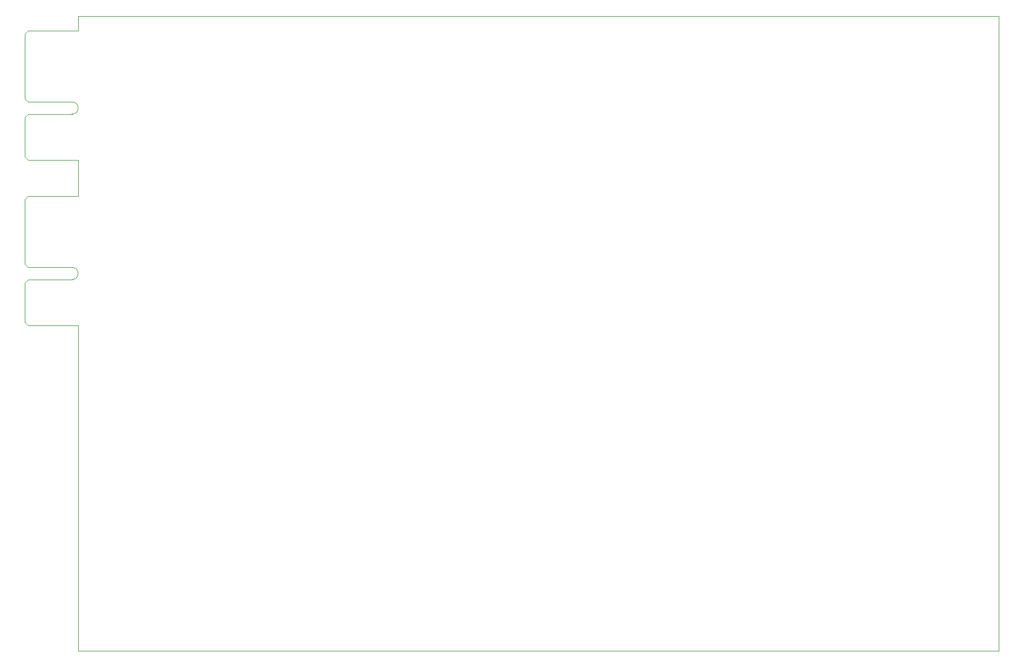
<source format=gbr>
%TF.GenerationSoftware,KiCad,Pcbnew,8.0.6*%
%TF.CreationDate,2024-11-29T00:06:03+01:00*%
%TF.ProjectId,EKO_Miner_PowerBoard-53667,454b4f5f-4d69-46e6-9572-5f506f776572,rev?*%
%TF.SameCoordinates,Original*%
%TF.FileFunction,Profile,NP*%
%FSLAX46Y46*%
G04 Gerber Fmt 4.6, Leading zero omitted, Abs format (unit mm)*
G04 Created by KiCad (PCBNEW 8.0.6) date 2024-11-29 00:06:03*
%MOMM*%
%LPD*%
G01*
G04 APERTURE LIST*
%TA.AperFunction,Profile*%
%ADD10C,0.100000*%
%TD*%
G04 APERTURE END LIST*
D10*
X74750000Y-125000000D02*
X74750000Y-73850000D01*
X74750000Y-53550000D02*
X74750000Y-47850000D01*
X74750000Y-125000000D02*
X219350000Y-125000000D01*
X74750000Y-27550000D02*
X74750000Y-25250000D01*
X74750000Y-25250000D02*
X219350000Y-25250000D01*
X219350000Y-125000000D02*
X219350000Y-25250000D01*
%TO.C,J2*%
X66350000Y-54050000D02*
X66350000Y-64250000D01*
X66350000Y-67150000D02*
X66350000Y-73350000D01*
X66850000Y-53550000D02*
X66350000Y-54050000D01*
X66850000Y-64750000D02*
X66350000Y-64250000D01*
X66850000Y-66650000D02*
X66350000Y-67150000D01*
X66850000Y-73850000D02*
X66350000Y-73350000D01*
X73800000Y-64750000D02*
X66850000Y-64750000D01*
X73800000Y-66650000D02*
X66850000Y-66650000D01*
X74750000Y-53550000D02*
X66850000Y-53550000D01*
X74750000Y-73850000D02*
X66850000Y-73850000D01*
X73800000Y-64750000D02*
G75*
G02*
X73800000Y-66650000I0J-950000D01*
G01*
%TO.C,J1*%
X66350000Y-28050000D02*
X66350000Y-38250000D01*
X66350000Y-41150000D02*
X66350000Y-47350000D01*
X66850000Y-27550000D02*
X66350000Y-28050000D01*
X66850000Y-38750000D02*
X66350000Y-38250000D01*
X66850000Y-40650000D02*
X66350000Y-41150000D01*
X66850000Y-47850000D02*
X66350000Y-47350000D01*
X73800000Y-38750000D02*
X66850000Y-38750000D01*
X73800000Y-40650000D02*
X66850000Y-40650000D01*
X74750000Y-27550000D02*
X66850000Y-27550000D01*
X74750000Y-47850000D02*
X66850000Y-47850000D01*
X73800000Y-38750000D02*
G75*
G02*
X73800000Y-40650000I0J-950000D01*
G01*
%TD*%
M02*

</source>
